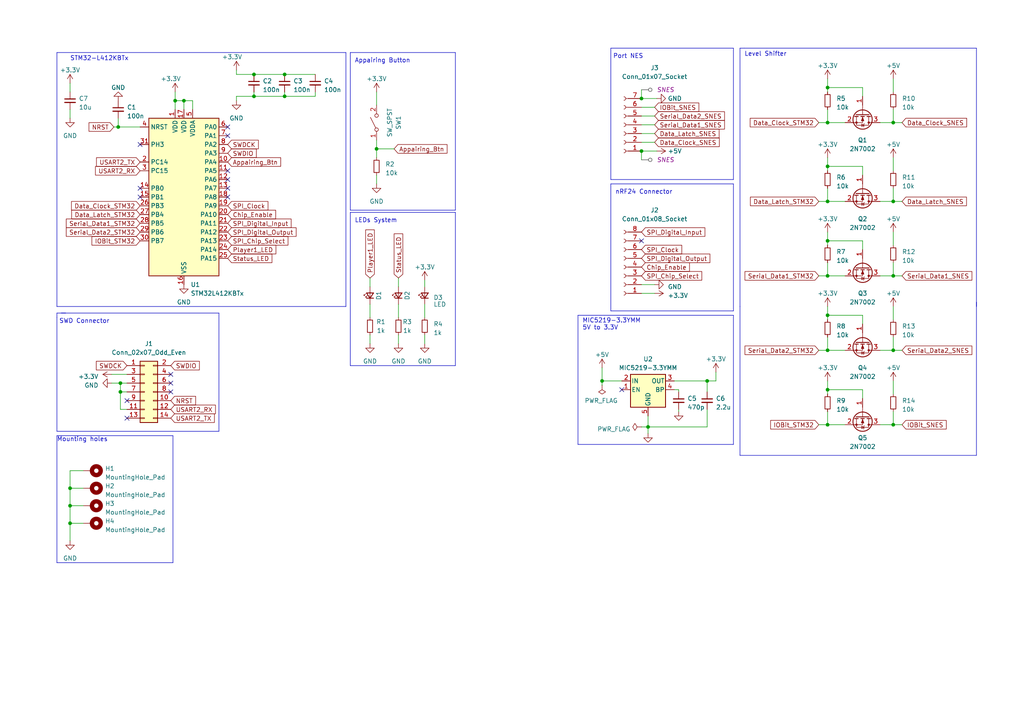
<source format=kicad_sch>
(kicad_sch (version 20230121) (generator eeschema)
  (paper "A4")
  (title_block (title "SNES Wireless Receiver (NRF24L01 Exclude)") (date "2023-04-20") (rev "2.1b") (company "ENSEA"))
  (lib_symbols
    (symbol "Connector:Conn_01x07_Socket" (pin_names (offset 1.016) hide)
      (property "Reference" "J" (at 0 10.16 0))
      (property "Value" "Conn_01x07_Socket" (at 0 -10.16 0))
      (symbol "Conn_01x07_Socket_1_1"
        (arc (start 0 -7.112) (mid -0.5058 -7.62) (end 0 -8.128) (stroke (width 0.1524)))
        (arc (start 0 -4.572) (mid -0.5058 -5.08) (end 0 -5.588) (stroke (width 0.1524)))
        (arc (start 0 -2.032) (mid -0.5058 -2.54) (end 0 -3.048) (stroke (width 0.1524)))
        (polyline (pts (xy -1.27 -7.62) (xy -0.508 -7.62)) (stroke (width 0.1524)))
        (polyline (pts (xy -1.27 -5.08) (xy -0.508 -5.08)) (stroke (width 0.1524)))
        (polyline (pts (xy -1.27 -2.54) (xy -0.508 -2.54)) (stroke (width 0.1524)))
        (polyline (pts (xy -1.27 0) (xy -0.508 0)) (stroke (width 0.1524)))
        (polyline (pts (xy -1.27 2.54) (xy -0.508 2.54)) (stroke (width 0.1524)))
        (polyline (pts (xy -1.27 5.08) (xy -0.508 5.08)) (stroke (width 0.1524)))
        (polyline (pts (xy -1.27 7.62) (xy -0.508 7.62)) (stroke (width 0.1524)))
        (arc (start 0 0.508) (mid -0.5058 0) (end 0 -0.508) (stroke (width 0.1524)))
        (arc (start 0 3.048) (mid -0.5058 2.54) (end 0 2.032) (stroke (width 0.1524)))
        (arc (start 0 5.588) (mid -0.5058 5.08) (end 0 4.572) (stroke (width 0.1524)))
        (arc (start 0 8.128) (mid -0.5058 7.62) (end 0 7.112) (stroke (width 0.1524)))
        (pin passive line (at -5.08 7.62 0) (length 3.81) (name "Pin_1") (number "1"))
        (pin passive line (at -5.08 5.08 0) (length 3.81) (name "Pin_2") (number "2"))
        (pin passive line (at -5.08 2.54 0) (length 3.81) (name "Pin_3") (number "3"))
        (pin passive line (at -5.08 0 0) (length 3.81) (name "Pin_4") (number "4"))
        (pin passive line (at -5.08 -2.54 0) (length 3.81) (name "Pin_5") (number "5"))
        (pin passive line (at -5.08 -5.08 0) (length 3.81) (name "Pin_6") (number "6"))
        (pin passive line (at -5.08 -7.62 0) (length 3.81) (name "Pin_7") (number "7"))
      )
    )
    (symbol "Connector:Conn_01x08_Socket" (pin_names (offset 1.016) hide)
      (property "Reference" "J" (at 0 10.16 0))
      (property "Value" "Conn_01x08_Socket" (at 0 -12.7 0))
      (symbol "Conn_01x08_Socket_1_1"
        (arc (start 0 -9.652) (mid -0.5058 -10.16) (end 0 -10.668) (stroke (width 0.1524)))
        (arc (start 0 -7.112) (mid -0.5058 -7.62) (end 0 -8.128) (stroke (width 0.1524)))
        (arc (start 0 -4.572) (mid -0.5058 -5.08) (end 0 -5.588) (stroke (width 0.1524)))
        (arc (start 0 -2.032) (mid -0.5058 -2.54) (end 0 -3.048) (stroke (width 0.1524)))
        (polyline (pts (xy -1.27 -10.16) (xy -0.508 -10.16)) (stroke (width 0.1524)))
        (polyline (pts (xy -1.27 -7.62) (xy -0.508 -7.62)) (stroke (width 0.1524)))
        (polyline (pts (xy -1.27 -5.08) (xy -0.508 -5.08)) (stroke (width 0.1524)))
        (polyline (pts (xy -1.27 -2.54) (xy -0.508 -2.54)) (stroke (width 0.1524)))
        (polyline (pts (xy -1.27 0) (xy -0.508 0)) (stroke (width 0.1524)))
        (polyline (pts (xy -1.27 2.54) (xy -0.508 2.54)) (stroke (width 0.1524)))
        (polyline (pts (xy -1.27 5.08) (xy -0.508 5.08)) (stroke (width 0.1524)))
        (polyline (pts (xy -1.27 7.62) (xy -0.508 7.62)) (stroke (width 0.1524)))
        (arc (start 0 0.508) (mid -0.5058 0) (end 0 -0.508) (stroke (width 0.1524)))
        (arc (start 0 3.048) (mid -0.5058 2.54) (end 0 2.032) (stroke (width 0.1524)))
        (arc (start 0 5.588) (mid -0.5058 5.08) (end 0 4.572) (stroke (width 0.1524)))
        (arc (start 0 8.128) (mid -0.5058 7.62) (end 0 7.112) (stroke (width 0.1524)))
        (pin passive line (at -5.08 7.62 0) (length 3.81) (name "Pin_1") (number "1"))
        (pin passive line (at -5.08 5.08 0) (length 3.81) (name "Pin_2") (number "2"))
        (pin passive line (at -5.08 2.54 0) (length 3.81) (name "Pin_3") (number "3"))
        (pin passive line (at -5.08 0 0) (length 3.81) (name "Pin_4") (number "4"))
        (pin passive line (at -5.08 -2.54 0) (length 3.81) (name "Pin_5") (number "5"))
        (pin passive line (at -5.08 -5.08 0) (length 3.81) (name "Pin_6") (number "6"))
        (pin passive line (at -5.08 -7.62 0) (length 3.81) (name "Pin_7") (number "7"))
        (pin passive line (at -5.08 -10.16 0) (length 3.81) (name "Pin_8") (number "8"))
      )
    )
    (symbol "Connector_Generic:Conn_02x07_Odd_Even" (pin_names (offset 1.016) hide)
      (property "Reference" "J" (at 1.27 10.16 0))
      (property "Value" "Conn_02x07_Odd_Even" (at 1.27 -10.16 0))
      (symbol "Conn_02x07_Odd_Even_1_1"
        (rectangle (start -1.27 -7.493) (end 0 -7.747) (stroke (width 0.1524)))
        (rectangle (start -1.27 -4.953) (end 0 -5.207) (stroke (width 0.1524)))
        (rectangle (start -1.27 -2.413) (end 0 -2.667) (stroke (width 0.1524)))
        (rectangle (start -1.27 0.127) (end 0 -0.127) (stroke (width 0.1524)))
        (rectangle (start -1.27 2.667) (end 0 2.413) (stroke (width 0.1524)))
        (rectangle (start -1.27 5.207) (end 0 4.953) (stroke (width 0.1524)))
        (rectangle (start -1.27 7.747) (end 0 7.493) (stroke (width 0.1524)))
        (rectangle (start -1.27 8.89) (end 3.81 -8.89) (stroke (width 0.254)) (fill (type background)))
        (rectangle (start 3.81 -7.493) (end 2.54 -7.747) (stroke (width 0.1524)))
        (rectangle (start 3.81 -4.953) (end 2.54 -5.207) (stroke (width 0.1524)))
        (rectangle (start 3.81 -2.413) (end 2.54 -2.667) (stroke (width 0.1524)))
        (rectangle (start 3.81 0.127) (end 2.54 -0.127) (stroke (width 0.1524)))
        (rectangle (start 3.81 2.667) (end 2.54 2.413) (stroke (width 0.1524)))
        (rectangle (start 3.81 5.207) (end 2.54 4.953) (stroke (width 0.1524)))
        (rectangle (start 3.81 7.747) (end 2.54 7.493) (stroke (width 0.1524)))
        (pin passive line (at -5.08 7.62 0) (length 3.81) (name "Pin_1") (number "1"))
        (pin passive line (at 7.62 -2.54 180) (length 3.81) (name "Pin_10") (number "10"))
        (pin passive line (at -5.08 -5.08 0) (length 3.81) (name "Pin_11") (number "11"))
        (pin passive line (at 7.62 -5.08 180) (length 3.81) (name "Pin_12") (number "12"))
        (pin passive line (at -5.08 -7.62 0) (length 3.81) (name "Pin_13") (number "13"))
        (pin passive line (at 7.62 -7.62 180) (length 3.81) (name "Pin_14") (number "14"))
        (pin passive line (at 7.62 7.62 180) (length 3.81) (name "Pin_2") (number "2"))
        (pin passive line (at -5.08 5.08 0) (length 3.81) (name "Pin_3") (number "3"))
        (pin passive line (at 7.62 5.08 180) (length 3.81) (name "Pin_4") (number "4"))
        (pin passive line (at -5.08 2.54 0) (length 3.81) (name "Pin_5") (number "5"))
        (pin passive line (at 7.62 2.54 180) (length 3.81) (name "Pin_6") (number "6"))
        (pin passive line (at -5.08 0 0) (length 3.81) (name "Pin_7") (number "7"))
        (pin passive line (at 7.62 0 180) (length 3.81) (name "Pin_8") (number "8"))
        (pin passive line (at -5.08 -2.54 0) (length 3.81) (name "Pin_9") (number "9"))
      )
    )
    (symbol "Device:C_Small" (pin_numbers hide) (pin_names (offset 0.254) hide)
      (property "Reference" "C" (at 0.254 1.778 0))
      (property "Value" "C_Small" (at 0.254 -2.032 0))
      (symbol "C_Small_0_1"
        (polyline (pts (xy -1.524 -0.508) (xy 1.524 -0.508)) (stroke (width 0.3302)))
        (polyline (pts (xy -1.524 0.508) (xy 1.524 0.508)) (stroke (width 0.3048)))
      )
      (symbol "C_Small_1_1"
        (pin passive line (at 0 2.54 270) (length 2.032) (name "~") (number "1"))
        (pin passive line (at 0 -2.54 90) (length 2.032) (name "~") (number "2"))
      )
    )
    (symbol "Device:LED_Small" (pin_numbers hide) (pin_names (offset 0.254) hide)
      (property "Reference" "D" (at -1.27 3.175 0))
      (property "Value" "LED_Small" (at -4.445 -2.54 0))
      (symbol "LED_Small_0_1"
        (polyline (pts (xy -0.762 -1.016) (xy -0.762 1.016)) (stroke (width 0.254)))
        (polyline (pts (xy 1.016 0) (xy -0.762 0)))
        (polyline (pts (xy 0.762 -1.016) (xy -0.762 0) (xy 0.762 1.016) (xy 0.762 -1.016)) (stroke (width 0.254)))
        (polyline (pts (xy 0 0.762) (xy -0.508 1.27) (xy -0.254 1.27) (xy -0.508 1.27) (xy -0.508 1.016)))
        (polyline (pts (xy 0.508 1.27) (xy 0 1.778) (xy 0.254 1.778) (xy 0 1.778) (xy 0 1.524)))
      )
      (symbol "LED_Small_1_1"
        (pin passive line (at -2.54 0 0) (length 1.778) (name "K") (number "1"))
        (pin passive line (at 2.54 0 180) (length 1.778) (name "A") (number "2"))
      )
    )
    (symbol "Device:R_Small" (pin_numbers hide) (pin_names (offset 0.254) hide)
      (property "Reference" "R" (at 0.762 0.508 0))
      (property "Value" "R_Small" (at 0.762 -1.016 0))
      (symbol "R_Small_0_1"
        (rectangle (start -0.762 1.778) (end 0.762 -1.778) (stroke (width 0.2032)))
      )
      (symbol "R_Small_1_1"
        (pin passive line (at 0 2.54 270) (length 0.762) (name "~") (number "1"))
        (pin passive line (at 0 -2.54 90) (length 0.762) (name "~") (number "2"))
      )
    )
    (symbol "MCU_ST_STM32L4:STM32L412KBTx"
      (property "Reference" "U" (at -10.16 24.13 0))
      (property "Value" "STM32L412KBTx" (at 5.08 24.13 0))
      (symbol "STM32L412KBTx_0_1"
        (rectangle (start -10.16 -22.86) (end 10.16 22.86) (stroke (width 0.254)) (fill (type background)))
      )
      (symbol "STM32L412KBTx_1_1"
        (pin power_in line (at -2.54 25.4 270) (length 2.54) (name "VDD") (number "1"))
        (pin bidirectional line (at 12.7 10.16 180) (length 2.54) (name "PA4") (number "10"))
        (pin bidirectional line (at 12.7 7.62 180) (length 2.54) (name "PA5") (number "11"))
        (pin bidirectional line (at 12.7 5.08 180) (length 2.54) (name "PA6") (number "12"))
        (pin bidirectional line (at 12.7 2.54 180) (length 2.54) (name "PA7") (number "13"))
        (pin bidirectional line (at -12.7 2.54 0) (length 2.54) (name "PB0") (number "14"))
        (pin bidirectional line (at -12.7 0 0) (length 2.54) (name "PB1") (number "15"))
        (pin power_in line (at 0 -25.4 90) (length 2.54) (name "VSS") (number "16"))
        (pin power_in line (at 0 25.4 270) (length 2.54) (name "VDD") (number "17"))
        (pin bidirectional line (at 12.7 0 180) (length 2.54) (name "PA8") (number "18"))
        (pin bidirectional line (at 12.7 -2.54 180) (length 2.54) (name "PA9") (number "19"))
        (pin bidirectional line (at -12.7 10.16 0) (length 2.54) (name "PC14") (number "2"))
        (pin bidirectional line (at 12.7 -5.08 180) (length 2.54) (name "PA10") (number "20"))
        (pin bidirectional line (at 12.7 -7.62 180) (length 2.54) (name "PA11") (number "21"))
        (pin bidirectional line (at 12.7 -10.16 180) (length 2.54) (name "PA12") (number "22"))
        (pin bidirectional line (at 12.7 -12.7 180) (length 2.54) (name "PA13") (number "23"))
        (pin bidirectional line (at 12.7 -15.24 180) (length 2.54) (name "PA14") (number "24"))
        (pin bidirectional line (at 12.7 -17.78 180) (length 2.54) (name "PA15") (number "25"))
        (pin bidirectional line (at -12.7 -2.54 0) (length 2.54) (name "PB3") (number "26"))
        (pin bidirectional line (at -12.7 -5.08 0) (length 2.54) (name "PB4") (number "27"))
        (pin bidirectional line (at -12.7 -7.62 0) (length 2.54) (name "PB5") (number "28"))
        (pin bidirectional line (at -12.7 -10.16 0) (length 2.54) (name "PB6") (number "29"))
        (pin bidirectional line (at -12.7 7.62 0) (length 2.54) (name "PC15") (number "3"))
        (pin bidirectional line (at -12.7 -12.7 0) (length 2.54) (name "PB7") (number "30"))
        (pin bidirectional line (at -12.7 15.24 0) (length 2.54) (name "PH3") (number "31"))
        (pin passive line (at 0 -25.4 90) (length 2.54) hide (name "VSS") (number "32"))
        (pin input line (at -12.7 20.32 0) (length 2.54) (name "NRST") (number "4"))
        (pin power_in line (at 2.54 25.4 270) (length 2.54) (name "VDDA") (number "5"))
        (pin bidirectional line (at 12.7 20.32 180) (length 2.54) (name "PA0") (number "6"))
        (pin bidirectional line (at 12.7 17.78 180) (length 2.54) (name "PA1") (number "7"))
        (pin bidirectional line (at 12.7 15.24 180) (length 2.54) (name "PA2") (number "8"))
        (pin bidirectional line (at 12.7 12.7 180) (length 2.54) (name "PA3") (number "9"))
      )
    )
    (symbol "Mechanical:MountingHole_Pad" (pin_numbers hide) (pin_names (offset 1.016) hide)
      (property "Reference" "H" (at 0 6.35 0))
      (property "Value" "MountingHole_Pad" (at 0 4.445 0))
      (symbol "MountingHole_Pad_0_1"
        (circle (center 0 1.27) (radius 1.27) (stroke (width 1.27)))
      )
      (symbol "MountingHole_Pad_1_1"
        (pin input line (at 0 -2.54 90) (length 2.54) (name "1") (number "1"))
      )
    )
    (symbol "Regulator_Linear:MIC5219-3.3YMM" (pin_names (offset 0.254))
      (property "Reference" "U" (at -3.81 5.715 0))
      (property "Value" "MIC5219-3.3YMM" (at 0 5.715 0))
      (symbol "MIC5219-3.3YMM_0_1"
        (rectangle (start -5.08 4.445) (end 5.08 -5.08) (stroke (width 0.254)) (fill (type background)))
      )
      (symbol "MIC5219-3.3YMM_1_1"
        (pin input line (at -7.62 0 0) (length 2.54) (name "EN") (number "1"))
        (pin power_in line (at -7.62 2.54 0) (length 2.54) (name "IN") (number "2"))
        (pin power_out line (at 7.62 2.54 180) (length 2.54) (name "OUT") (number "3"))
        (pin input line (at 7.62 0 180) (length 2.54) (name "BP") (number "4"))
        (pin power_in line (at 0 -7.62 90) (length 2.54) (name "GND") (number "5"))
        (pin passive line (at 0 -7.62 90) (length 2.54) hide (name "GND") (number "6"))
        (pin passive line (at 0 -7.62 90) (length 2.54) hide (name "GND") (number "7"))
        (pin passive line (at 0 -7.62 90) (length 2.54) hide (name "GND") (number "8"))
      )
    )
    (symbol "Switch:SW_SPST" (pin_names (offset 0) hide)
      (property "Reference" "SW" (at 0 3.175 0))
      (property "Value" "SW_SPST" (at 0 -2.54 0))
      (symbol "SW_SPST_0_0"
        (circle (center -2.032 0) (radius 0.508))
        (polyline (pts (xy -1.524 0.254) (xy 1.524 1.778)))
        (circle (center 2.032 0) (radius 0.508))
      )
      (symbol "SW_SPST_1_1"
        (pin passive line (at -5.08 0 0) (length 2.54) (name "A") (number "1"))
        (pin passive line (at 5.08 0 180) (length 2.54) (name "B") (number "2"))
      )
    )
    (symbol "Transistor_FET:2N7002" (pin_names hide)
      (property "Reference" "Q" (at 5.08 1.905 0))
      (property "Value" "2N7002" (at 5.08 0 0))
      (symbol "2N7002_0_1"
        (polyline (pts (xy 0.254 0) (xy -2.54 0)))
        (polyline (pts (xy 0.254 1.905) (xy 0.254 -1.905)) (stroke (width 0.254)))
        (polyline (pts (xy 0.762 -1.27) (xy 0.762 -2.286)) (stroke (width 0.254)))
        (polyline (pts (xy 0.762 0.508) (xy 0.762 -0.508)) (stroke (width 0.254)))
        (polyline (pts (xy 0.762 2.286) (xy 0.762 1.27)) (stroke (width 0.254)))
        (polyline (pts (xy 2.54 2.54) (xy 2.54 1.778)))
        (polyline (pts (xy 2.54 -2.54) (xy 2.54 0) (xy 0.762 0)))
        (polyline (pts (xy 0.762 -1.778) (xy 3.302 -1.778) (xy 3.302 1.778) (xy 0.762 1.778)))
        (polyline (pts (xy 1.016 0) (xy 2.032 0.381) (xy 2.032 -0.381) (xy 1.016 0)) (fill (type outline)))
        (polyline (pts (xy 2.794 0.508) (xy 2.921 0.381) (xy 3.683 0.381) (xy 3.81 0.254)))
        (polyline (pts (xy 3.302 0.381) (xy 2.921 -0.254) (xy 3.683 -0.254) (xy 3.302 0.381)))
        (circle (center 1.651 0) (radius 2.794) (stroke (width 0.254)))
        (circle (center 2.54 -1.778) (radius 0.254) (fill (type outline)))
        (circle (center 2.54 1.778) (radius 0.254) (fill (type outline)))
      )
      (symbol "2N7002_1_1"
        (pin input line (at -5.08 0 0) (length 2.54) (name "G") (number "1"))
        (pin passive line (at 2.54 -5.08 90) (length 2.54) (name "S") (number "2"))
        (pin passive line (at 2.54 5.08 270) (length 2.54) (name "D") (number "3"))
      )
    )
    (symbol "power:+3.3V" (power) (pin_names (offset 0))
      (property "Value" "+3.3V" (at 0 3.556 0))
      (symbol "+3.3V_0_1"
        (polyline (pts (xy -0.762 1.27) (xy 0 2.54)))
        (polyline (pts (xy 0 0) (xy 0 2.54)))
        (polyline (pts (xy 0 2.54) (xy 0.762 1.27)))
      )
      (symbol "+3.3V_1_1"
        (pin power_in line (at 0 0 90) (length 0) hide (name "+3.3V") (number "1"))
      )
    )
    (symbol "power:+5V" (power) (pin_names (offset 0))
      (property "Value" "+5V" (at 0 3.556 0))
      (symbol "+5V_0_1"
        (polyline (pts (xy -0.762 1.27) (xy 0 2.54)))
        (polyline (pts (xy 0 0) (xy 0 2.54)))
        (polyline (pts (xy 0 2.54) (xy 0.762 1.27)))
      )
      (symbol "+5V_1_1"
        (pin power_in line (at 0 0 90) (length 0) hide (name "+5V") (number "1"))
      )
    )
    (symbol "power:GND" (power) (pin_names (offset 0))
      (property "Value" "GND" (at 0 -3.81 0))
      (symbol "GND_0_1"
        (polyline (pts (xy 0 0) (xy 0 -1.27) (xy 1.27 -1.27) (xy 0 -2.54) (xy -1.27 -1.27) (xy 0 -1.27)))
      )
      (symbol "GND_1_1"
        (pin power_in line (at 0 0 270) (length 0) hide (name "GND") (number "1"))
      )
    )
    (symbol "power:PWR_FLAG" (power) (pin_numbers hide) (pin_names (offset 0) hide)
      (property "Value" "PWR_FLAG" (at 0 3.81 0))
      (symbol "PWR_FLAG_0_0"
        (pin power_out line (at 0 0 90) (length 0) (name "pwr") (number "1"))
      )
      (symbol "PWR_FLAG_0_1"
        (polyline (pts (xy 0 0) (xy 0 1.27) (xy -1.016 1.905) (xy 0 2.54) (xy 1.016 1.905) (xy 0 1.27)))
      )
    )
  )
  (junction (at 34.925 111.125))
  (junction (at 109.22 43.18))
  (junction (at 186.055 28.575))
  (junction (at 259.08 80.01))
  (junction (at 82.55 27.94))
  (junction (at 240.03 101.6))
  (junction (at 174.625 110.49))
  (junction (at 82.55 21.59))
  (junction (at 240.03 113.03))
  (junction (at 34.29 36.83))
  (junction (at 240.03 69.85))
  (junction (at 73.66 27.94))
  (junction (at 73.66 21.59))
  (junction (at 187.96 123.825))
  (junction (at 259.08 101.6))
  (junction (at 20.32 141.605))
  (junction (at 20.32 151.765))
  (junction (at 259.08 123.19))
  (junction (at 240.03 91.44))
  (junction (at 20.32 146.685))
  (junction (at 240.03 35.56))
  (junction (at 259.08 58.42))
  (junction (at 240.03 80.01))
  (junction (at 259.08 35.56))
  (junction (at 53.34 29.21))
  (junction (at 240.03 123.19))
  (junction (at 240.03 48.26))
  (junction (at 205.105 110.49))
  (junction (at 240.03 58.42))
  (junction (at 34.925 113.665))
  (junction (at 240.03 25.4))
  (junction (at 186.055 43.815))
  (junction (at 50.8 29.21))
  (no_connect (at 180.34 113.03))
  (no_connect (at 36.83 121.285))
  (no_connect (at 66.04 52.07))
  (no_connect (at 66.04 39.37))
  (no_connect (at 66.04 57.15))
  (no_connect (at 49.53 108.585))
  (no_connect (at 49.53 111.125))
  (no_connect (at 40.64 54.61))
  (no_connect (at 36.83 116.205))
  (no_connect (at 40.64 57.15))
  (no_connect (at 186.055 69.85))
  (no_connect (at 40.64 41.91))
  (no_connect (at 66.04 54.61))
  (no_connect (at 66.04 49.53))
  (no_connect (at 66.04 36.83))
  (no_connect (at 49.53 113.665))
  (wire (pts (xy 205.105 118.745) (xy 205.105 123.825)))
  (wire (pts (xy 115.57 80.645) (xy 115.57 83.185)))
  (polyline (pts (xy 283.21 132.08) (xy 283.21 87.63)))
  (wire (pts (xy 259.08 101.6) (xy 259.08 97.79)))
  (wire (pts (xy 187.96 120.65) (xy 187.96 123.825)))
  (wire (pts (xy 255.27 58.42) (xy 259.08 58.42)))
  (polyline (pts (xy 16.51 126.365) (xy 16.51 163.195)))
  (wire (pts (xy 189.865 31.115) (xy 186.055 31.115)))
  (wire (pts (xy 20.32 136.525) (xy 20.32 141.605)))
  (polyline (pts (xy 177.165 52.07) (xy 212.725 52.07)))
  (wire (pts (xy 250.19 93.98) (xy 250.19 91.44)))
  (wire (pts (xy 250.19 50.8) (xy 250.19 48.26)))
  (wire (pts (xy 196.85 113.03) (xy 196.85 113.665)))
  (polyline (pts (xy 177.165 13.97) (xy 177.165 52.07)))
  (wire (pts (xy 123.19 88.265) (xy 123.19 92.075)))
  (wire (pts (xy 34.925 111.125) (xy 32.385 111.125)))
  (wire (pts (xy 259.08 22.86) (xy 259.08 26.67)))
  (wire (pts (xy 237.49 101.6) (xy 240.03 101.6)))
  (wire (pts (xy 259.08 45.72) (xy 259.08 49.53)))
  (wire (pts (xy 255.27 101.6) (xy 259.08 101.6)))
  (wire (pts (xy 174.625 106.68) (xy 174.625 110.49)))
  (polyline (pts (xy 100.33 88.9) (xy 100.33 15.24)))
  (wire (pts (xy 20.32 146.685) (xy 24.13 146.685)))
  (wire (pts (xy 186.055 46.355) (xy 186.055 43.815)))
  (wire (pts (xy 259.08 80.01) (xy 259.08 76.2)))
  (polyline (pts (xy 214.63 132.08) (xy 283.21 132.08)))
  (wire (pts (xy 259.08 101.6) (xy 261.62 101.6)))
  (wire (pts (xy 123.19 97.155) (xy 123.19 99.695)))
  (wire (pts (xy 240.03 113.03) (xy 240.03 114.3)))
  (wire (pts (xy 107.315 97.155) (xy 107.315 99.695)))
  (wire (pts (xy 109.22 40.64) (xy 109.22 43.18)))
  (wire (pts (xy 82.55 21.59) (xy 91.44 21.59)))
  (wire (pts (xy 55.88 29.21) (xy 53.34 29.21)))
  (wire (pts (xy 250.19 72.39) (xy 250.19 69.85)))
  (wire (pts (xy 180.34 110.49) (xy 174.625 110.49)))
  (polyline (pts (xy 63.5 125.095) (xy 63.5 90.805)))
  (polyline (pts (xy 215.9 13.97) (xy 283.21 13.97)))
  (wire (pts (xy 53.34 29.21) (xy 50.8 29.21)))
  (wire (pts (xy 20.32 141.605) (xy 20.32 146.685)))
  (wire (pts (xy 174.625 110.49) (xy 174.625 111.76)))
  (polyline (pts (xy 177.165 53.34) (xy 212.725 53.34)))
  (wire (pts (xy 240.03 97.79) (xy 240.03 101.6)))
  (polyline (pts (xy 167.64 128.905) (xy 212.725 128.905)))
  (wire (pts (xy 205.105 113.665) (xy 205.105 110.49)))
  (polyline (pts (xy 50.165 163.195) (xy 50.165 126.365)))
  (wire (pts (xy 109.22 50.8) (xy 109.22 53.34)))
  (wire (pts (xy 34.925 111.125) (xy 34.925 113.665)))
  (wire (pts (xy 24.13 136.525) (xy 20.32 136.525)))
  (wire (pts (xy 237.49 123.19) (xy 240.03 123.19)))
  (wire (pts (xy 20.32 151.765) (xy 20.32 156.845)))
  (wire (pts (xy 73.66 21.59) (xy 82.55 21.59)))
  (wire (pts (xy 255.27 35.56) (xy 259.08 35.56)))
  (wire (pts (xy 107.315 88.265) (xy 107.315 92.075)))
  (wire (pts (xy 240.03 110.49) (xy 240.03 113.03)))
  (wire (pts (xy 115.57 88.265) (xy 115.57 92.075)))
  (polyline (pts (xy 212.725 90.17) (xy 212.725 53.34)))
  (wire (pts (xy 73.66 27.94) (xy 68.58 27.94)))
  (wire (pts (xy 259.08 123.19) (xy 261.62 123.19)))
  (wire (pts (xy 186.055 82.55) (xy 189.865 82.55)))
  (wire (pts (xy 240.03 69.85) (xy 250.19 69.85)))
  (wire (pts (xy 240.03 69.85) (xy 240.03 71.12)))
  (polyline (pts (xy 101.6 60.96) (xy 132.08 60.96)))
  (wire (pts (xy 240.03 31.75) (xy 240.03 35.56)))
  (polyline (pts (xy 16.51 125.095) (xy 63.5 125.095)))
  (wire (pts (xy 186.055 36.195) (xy 189.865 36.195)))
  (wire (pts (xy 240.03 25.4) (xy 250.19 25.4)))
  (wire (pts (xy 34.925 113.665) (xy 36.83 113.665)))
  (wire (pts (xy 240.03 48.26) (xy 240.03 49.53)))
  (wire (pts (xy 259.08 123.19) (xy 259.08 119.38)))
  (wire (pts (xy 250.19 115.57) (xy 250.19 113.03)))
  (wire (pts (xy 186.055 28.575) (xy 190.5 28.575)))
  (wire (pts (xy 207.645 110.49) (xy 205.105 110.49)))
  (polyline (pts (xy 16.51 15.24) (xy 100.33 15.24)))
  (wire (pts (xy 240.03 54.61) (xy 240.03 58.42)))
  (polyline (pts (xy 214.63 13.97) (xy 214.63 88.9)))
  (wire (pts (xy 237.49 35.56) (xy 240.03 35.56)))
  (wire (pts (xy 20.32 146.685) (xy 20.32 151.765)))
  (wire (pts (xy 34.925 113.665) (xy 34.925 118.745)))
  (wire (pts (xy 20.32 141.605) (xy 24.13 141.605)))
  (wire (pts (xy 195.58 110.49) (xy 205.105 110.49)))
  (wire (pts (xy 55.88 31.75) (xy 55.88 29.21)))
  (wire (pts (xy 207.645 107.95) (xy 207.645 110.49)))
  (wire (pts (xy 186.055 41.275) (xy 189.865 41.275)))
  (wire (pts (xy 186.055 123.825) (xy 187.96 123.825)))
  (wire (pts (xy 68.58 27.94) (xy 68.58 29.21)))
  (polyline (pts (xy 167.64 91.44) (xy 167.64 128.905)))
  (wire (pts (xy 187.96 123.825) (xy 205.105 123.825)))
  (wire (pts (xy 240.03 80.01) (xy 245.11 80.01)))
  (wire (pts (xy 240.03 67.31) (xy 240.03 69.85)))
  (polyline (pts (xy 63.5 90.805) (xy 17.78 90.805)))
  (polyline (pts (xy 283.21 88.9) (xy 283.21 13.97)))
  (wire (pts (xy 109.22 26.67) (xy 109.22 30.48)))
  (wire (pts (xy 20.32 31.75) (xy 20.32 34.29)))
  (polyline (pts (xy 101.6 15.24) (xy 101.6 60.96)))
  (polyline (pts (xy 101.6 61.595) (xy 101.6 106.045)))
  (wire (pts (xy 33.02 36.83) (xy 34.29 36.83)))
  (wire (pts (xy 259.08 80.01) (xy 261.62 80.01)))
  (wire (pts (xy 123.19 81.28) (xy 123.19 83.185)))
  (polyline (pts (xy 16.51 92.075) (xy 16.51 125.095)))
  (polyline (pts (xy 212.725 52.07) (xy 212.725 13.97)))
  (polyline (pts (xy 101.6 106.045) (xy 132.08 106.045)))
  (wire (pts (xy 240.03 119.38) (xy 240.03 123.19)))
  (wire (pts (xy 186.055 38.735) (xy 189.865 38.735)))
  (wire (pts (xy 240.03 123.19) (xy 245.11 123.19)))
  (wire (pts (xy 34.925 111.125) (xy 36.83 111.125)))
  (polyline (pts (xy 132.08 106.045) (xy 132.08 61.595)))
  (wire (pts (xy 240.03 91.44) (xy 250.19 91.44)))
  (polyline (pts (xy 16.51 90.805) (xy 16.51 92.075)))
  (wire (pts (xy 50.8 29.21) (xy 50.8 26.67)))
  (polyline (pts (xy 132.08 60.96) (xy 132.08 15.24)))
  (wire (pts (xy 34.925 118.745) (xy 36.83 118.745)))
  (polyline (pts (xy 16.51 126.365) (xy 50.165 126.365)))
  (wire (pts (xy 195.58 113.03) (xy 196.85 113.03)))
  (wire (pts (xy 186.055 85.09) (xy 189.865 85.09)))
  (wire (pts (xy 186.055 26.035) (xy 186.055 28.575)))
  (polyline (pts (xy 177.165 53.34) (xy 177.165 90.17)))
  (wire (pts (xy 50.8 29.21) (xy 50.8 31.75)))
  (wire (pts (xy 240.03 58.42) (xy 245.11 58.42)))
  (wire (pts (xy 255.27 80.01) (xy 259.08 80.01)))
  (polyline (pts (xy 167.64 91.44) (xy 212.725 91.44)))
  (wire (pts (xy 107.315 80.645) (xy 107.315 83.185)))
  (wire (pts (xy 240.03 25.4) (xy 240.03 26.67)))
  (wire (pts (xy 20.32 151.765) (xy 24.13 151.765)))
  (wire (pts (xy 237.49 80.01) (xy 240.03 80.01)))
  (polyline (pts (xy 177.165 90.17) (xy 212.725 90.17)))
  (polyline (pts (xy 16.51 15.24) (xy 16.51 88.9)))
  (wire (pts (xy 73.66 27.94) (xy 82.55 27.94)))
  (wire (pts (xy 82.55 27.94) (xy 82.55 26.67)))
  (wire (pts (xy 255.27 123.19) (xy 259.08 123.19)))
  (polyline (pts (xy 214.63 13.97) (xy 215.9 13.97)))
  (wire (pts (xy 73.66 21.59) (xy 68.58 21.59)))
  (wire (pts (xy 250.19 27.94) (xy 250.19 25.4)))
  (polyline (pts (xy 16.51 163.195) (xy 50.165 163.195)))
  (wire (pts (xy 20.32 24.13) (xy 20.32 26.67)))
  (wire (pts (xy 240.03 91.44) (xy 240.03 92.71)))
  (wire (pts (xy 34.29 34.29) (xy 34.29 36.83)))
  (polyline (pts (xy 16.51 88.9) (xy 100.33 88.9)))
  (wire (pts (xy 53.34 31.75) (xy 53.34 29.21)))
  (wire (pts (xy 259.08 58.42) (xy 261.62 58.42)))
  (wire (pts (xy 240.03 101.6) (xy 245.11 101.6)))
  (wire (pts (xy 91.44 27.94) (xy 91.44 26.67)))
  (wire (pts (xy 240.03 48.26) (xy 250.19 48.26)))
  (wire (pts (xy 73.66 27.94) (xy 73.66 26.67)))
  (wire (pts (xy 259.08 35.56) (xy 261.62 35.56)))
  (wire (pts (xy 36.83 108.585) (xy 32.385 108.585)))
  (wire (pts (xy 82.55 27.94) (xy 91.44 27.94)))
  (polyline (pts (xy 212.725 128.905) (xy 212.725 91.44)))
  (wire (pts (xy 240.03 88.9) (xy 240.03 91.44)))
  (wire (pts (xy 259.08 88.9) (xy 259.08 92.71)))
  (wire (pts (xy 237.49 58.42) (xy 240.03 58.42)))
  (wire (pts (xy 115.57 97.155) (xy 115.57 99.695)))
  (wire (pts (xy 259.08 35.56) (xy 259.08 31.75)))
  (wire (pts (xy 240.03 76.2) (xy 240.03 80.01)))
  (polyline (pts (xy 214.63 88.9) (xy 214.63 132.08)))
  (wire (pts (xy 189.865 33.655) (xy 186.055 33.655)))
  (wire (pts (xy 196.85 118.745) (xy 196.85 119.38)))
  (wire (pts (xy 240.03 22.86) (xy 240.03 25.4)))
  (polyline (pts (xy 16.51 90.805) (xy 19.05 90.805)))
  (wire (pts (xy 109.22 43.18) (xy 114.3 43.18)))
  (wire (pts (xy 240.03 35.56) (xy 245.11 35.56)))
  (wire (pts (xy 109.22 43.18) (xy 109.22 45.72)))
  (polyline (pts (xy 177.165 13.97) (xy 212.725 13.97)))
  (wire (pts (xy 259.08 58.42) (xy 259.08 54.61)))
  (wire (pts (xy 68.58 21.59) (xy 68.58 20.32)))
  (wire (pts (xy 186.055 43.815) (xy 190.5 43.815)))
  (polyline (pts (xy 101.6 61.595) (xy 132.08 61.595)))
  (wire (pts (xy 240.03 45.72) (xy 240.03 48.26)))
  (wire (pts (xy 34.29 36.83) (xy 40.64 36.83)))
  (wire (pts (xy 240.03 113.03) (xy 250.19 113.03)))
  (polyline (pts (xy 101.6 15.24) (xy 132.08 15.24)))
  (wire (pts (xy 187.96 123.825) (xy 187.96 125.73)))
  (wire (pts (xy 259.08 110.49) (xy 259.08 114.3)))
  (wire (pts (xy 259.08 67.31) (xy 259.08 71.12)))
  (text "MIC5219-3.3YMM\n5V to 3.3V" (at 168.91 95.885 0) (effects (font (size 1.27 1.27)) (justify left bottom)))
  (text "Appairing Button\n" (at 102.87 18.415 0) (effects (font (size 1.27 1.27)) (justify left bottom)))
  (text "Mounting holes\n" (at 16.51 128.27 0) (effects (font (size 1.27 1.27)) (justify left bottom)))
  (text "Level Shifter\n" (at 215.9 16.51 0) (effects (font (size 1.27 1.27)) (justify left bottom)))
  (text "nRF24 Connector" (at 178.435 56.515 0) (effects (font (size 1.27 1.27)) (justify left bottom)))
  (text "Port NES\n" (at 177.8 17.145 0) (effects (font (size 1.27 1.27)) (justify left bottom)))
  (text "LEDs System" (at 102.87 64.77 0) (effects (font (size 1.27 1.27)) (justify left bottom)))
  (text "SWD Connector" (at 17.145 93.98 0) (effects (font (size 1.27 1.27)) (justify left bottom)))
  (text "STM32-L412KBTx\n" (at 20.32 17.78 0) (effects (font (size 1.27 1.27)) (justify left bottom)))
  (global_label "USART2_RX" (shape input) (at 40.64 49.53 180) (property "Intersheetrefs" "${INTERSHEET_REFS}" (effects hide)))
  (global_label "Serial_Data1_STM32" (shape input) (at 40.64 64.77 180) (property "Intersheetrefs" "${INTERSHEET_REFS}" (effects hide)))
  (global_label "Chip_Enable" (shape input) (at 186.055 77.47 0) (property "Intersheetrefs" "${INTERSHEET_REFS}" (effects hide)))
  (global_label "Chip_Enable" (shape input) (at 66.04 62.23 0) (property "Intersheetrefs" "${INTERSHEET_REFS}" (effects hide)))
  (global_label "Data_Clock_STM32" (shape input) (at 237.49 35.56 180) (property "Intersheetrefs" "${INTERSHEET_REFS}" (effects hide)))
  (global_label "Serial_Data1_SNES" (shape input) (at 261.62 80.01 0) (property "Intersheetrefs" "${INTERSHEET_REFS}" (effects hide)))
  (global_label "SPI_Clock" (shape input) (at 66.04 59.69 0) (property "Intersheetrefs" "${INTERSHEET_REFS}" (effects hide)))
  (global_label "Data_Clock_SNES" (shape input) (at 189.865 41.275 0) (property "Intersheetrefs" "${INTERSHEET_REFS}" (effects hide)))
  (global_label "Data_Clock_STM32" (shape input) (at 40.64 59.69 180) (property "Intersheetrefs" "${INTERSHEET_REFS}" (effects hide)))
  (global_label "USART2_TX" (shape input) (at 40.64 46.99 180) (property "Intersheetrefs" "${INTERSHEET_REFS}" (effects hide)))
  (global_label "SWDCK" (shape input) (at 66.04 41.91 0) (property "Intersheetrefs" "${INTERSHEET_REFS}" (effects hide)))
  (global_label "Status_LED" (shape input) (at 66.04 74.93 0) (property "Intersheetrefs" "${INTERSHEET_REFS}" (effects hide)))
  (global_label "Data_Latch_STM32" (shape input) (at 237.49 58.42 180) (property "Intersheetrefs" "${INTERSHEET_REFS}" (effects hide)))
  (global_label "SPI_Digital_Output" (shape input) (at 66.04 67.31 0) (property "Intersheetrefs" "${INTERSHEET_REFS}" (effects hide)))
  (global_label "Serial_Data1_STM32" (shape input) (at 237.49 80.01 180) (property "Intersheetrefs" "${INTERSHEET_REFS}" (effects hide)))
  (global_label "Player1_LED" (shape input) (at 66.04 72.39 0) (property "Intersheetrefs" "${INTERSHEET_REFS}" (effects hide)))
  (global_label "Data_Clock_SNES" (shape input) (at 261.62 35.56 0) (property "Intersheetrefs" "${INTERSHEET_REFS}" (effects hide)))
  (global_label "USART2_RX" (shape input) (at 49.53 118.745 0) (property "Intersheetrefs" "${INTERSHEET_REFS}" (effects hide)))
  (global_label "IOBit_STM32" (shape input) (at 237.49 123.19 180) (property "Intersheetrefs" "${INTERSHEET_REFS}" (effects hide)))
  (global_label "Data_Latch_SNES" (shape input) (at 261.62 58.42 0) (property "Intersheetrefs" "${INTERSHEET_REFS}" (effects hide)))
  (global_label "Status_LED" (shape input) (at 115.57 80.645 90) (property "Intersheetrefs" "${INTERSHEET_REFS}" (effects hide)))
  (global_label "Serial_Data1_SNES" (shape input) (at 189.865 36.195 0) (property "Intersheetrefs" "${INTERSHEET_REFS}" (effects hide)))
  (global_label "Serial_Data2_SNES" (shape input) (at 189.865 33.655 0) (property "Intersheetrefs" "${INTERSHEET_REFS}" (effects hide)))
  (global_label "SWDIO" (shape input) (at 66.04 44.45 0) (property "Intersheetrefs" "${INTERSHEET_REFS}" (effects hide)))
  (global_label "IOBit_STM32" (shape input) (at 40.64 69.85 180) (property "Intersheetrefs" "${INTERSHEET_REFS}" (effects hide)))
  (global_label "Data_Latch_STM32" (shape input) (at 40.64 62.23 180) (property "Intersheetrefs" "${INTERSHEET_REFS}" (effects hide)))
  (global_label "USART2_TX" (shape input) (at 49.53 121.285 0) (property "Intersheetrefs" "${INTERSHEET_REFS}" (effects hide)))
  (global_label "Serial_Data2_SNES" (shape input) (at 261.62 101.6 0) (property "Intersheetrefs" "${INTERSHEET_REFS}" (effects hide)))
  (global_label "IOBit_SNES" (shape input) (at 189.865 31.115 0) (property "Intersheetrefs" "${INTERSHEET_REFS}" (effects hide)))
  (global_label "SPI_Clock" (shape input) (at 186.055 72.39 0) (property "Intersheetrefs" "${INTERSHEET_REFS}" (effects hide)))
  (global_label "SWDCK" (shape input) (at 36.83 106.045 180) (property "Intersheetrefs" "${INTERSHEET_REFS}" (effects hide)))
  (global_label "Player1_LED" (shape input) (at 107.315 80.645 90) (property "Intersheetrefs" "${INTERSHEET_REFS}" (effects hide)))
  (global_label "Serial_Data2_STM32" (shape input) (at 237.49 101.6 180) (property "Intersheetrefs" "${INTERSHEET_REFS}" (effects hide)))
  (global_label "NRST" (shape input) (at 49.53 116.205 0) (property "Intersheetrefs" "${INTERSHEET_REFS}" (effects hide)))
  (global_label "Appairing_Btn" (shape input) (at 114.3 43.18 0) (property "Intersheetrefs" "${INTERSHEET_REFS}" (effects hide)))
  (global_label "Data_Latch_SNES" (shape input) (at 189.865 38.735 0) (property "Intersheetrefs" "${INTERSHEET_REFS}" (effects hide)))
  (global_label "IOBit_SNES" (shape input) (at 261.62 123.19 0) (property "Intersheetrefs" "${INTERSHEET_REFS}" (effects hide)))
  (global_label "SPI_Digital_Input" (shape input) (at 66.04 64.77 0) (property "Intersheetrefs" "${INTERSHEET_REFS}" (effects hide)))
  (global_label "SPI_Digital_Input" (shape input) (at 186.055 67.31 0) (property "Intersheetrefs" "${INTERSHEET_REFS}" (effects hide)))
  (global_label "SPI_Chip_Select" (shape input) (at 186.055 80.01 0) (property "Intersheetrefs" "${INTERSHEET_REFS}" (effects hide)))
  (global_label "Appairing_Btn" (shape input) (at 66.04 46.99 0) (property "Intersheetrefs" "${INTERSHEET_REFS}" (effects hide)))
  (global_label "Serial_Data2_STM32" (shape input) (at 40.64 67.31 180) (property "Intersheetrefs" "${INTERSHEET_REFS}" (effects hide)))
  (global_label "NRST" (shape input) (at 33.02 36.83 180) (property "Intersheetrefs" "${INTERSHEET_REFS}" (effects hide)))
  (global_label "SPI_Chip_Select" (shape input) (at 66.04 69.85 0) (property "Intersheetrefs" "${INTERSHEET_REFS}" (effects hide)))
  (global_label "SWDIO" (shape input) (at 49.53 106.045 0) (property "Intersheetrefs" "${INTERSHEET_REFS}" (effects hide)))
  (global_label "SPI_Digital_Output" (shape input) (at 186.055 74.93 0) (property "Intersheetrefs" "${INTERSHEET_REFS}" (effects hide)))
  (netclass_flag "" (length 2.54) (shape round) (at 186.055 46.355 270) (property "Netclass" "SNES" (at 195.58 46.355 0) (effects (font italic) (justify right))))
  (netclass_flag "" (length 2.54) (shape round) (at 186.055 26.035 270) (property "Netclass" "SNES" (at 195.58 26.035 0) (effects (font italic) (justify right))))
  (symbol (lib_id "Device:C_Small") (at 20.32 29.21 0) (unit 1)
    (property "Reference" "C7" (at 22.86 28.5813 0) (effects (justify left)))
    (property "Value" "10u" (at 22.86 31.1213 0) (effects (justify left)))
    (property "Footprint" "Capacitor_SMD:C_0603_1608Metric_Pad1.08x0.95mm_HandSolder" (effects hide))
  )
  (symbol (lib_id "Device:R_Small") (at 259.08 116.84 0) (unit 1)
    (property "Reference" "R14" (at 261.62 116.205 0) (effects (justify left)))
    (property "Value" "10k" (at 261.62 118.745 0) (effects (justify left)))
    (property "Footprint" "Resistor_SMD:R_0603_1608Metric_Pad0.98x0.95mm_HandSolder" (effects hide))
  )
  (symbol (lib_id "power:GND") (at 20.32 34.29 0) (unit 1)
    (property "Reference" "#PWR033" (effects hide))
    (property "Value" "GND" (at 20.32 39.37 0))
  )
  (symbol (lib_id "Mechanical:MountingHole_Pad") (at 26.67 141.605 270) (unit 1)
    (property "Reference" "H2" (at 30.48 140.97 90) (effects (justify left)))
    (property "Value" "MountingHole_Pad" (at 30.48 143.51 90) (effects (justify left)))
    (property "Footprint" "MountingHole:MountingHole_3.2mm_M3_DIN965_Pad" (effects hide))
  )
  (symbol (lib_id "MCU_ST_STM32L4:STM32L412KBTx") (at 53.34 57.15 0) (unit 1)
    (property "Reference" "U1" (at 55.2959 82.55 0) (effects (justify left)))
    (property "Value" "STM32L412KBTx" (at 55.2959 85.09 0) (effects (justify left)))
    (property "Footprint" "Package_QFP:LQFP-32_7x7mm_P0.8mm" (effects hide))
    (property "Datasheet" "https://www.st.com/resource/en/datasheet/stm32l412kb.pdf" (effects hide))
  )
  (symbol (lib_id "power:GND") (at 187.96 125.73 0) (unit 1)
    (property "Reference" "#PWR018" (effects hide))
    (property "Value" "GND" (effects hide))
  )
  (symbol (lib_id "power:GND") (at 123.19 99.695 0) (unit 1)
    (property "Reference" "#PWR014" (effects hide))
    (property "Value" "GND" (at 123.19 104.775 0))
  )
  (symbol (lib_id "power:+3.3V") (at 207.645 107.95 0) (unit 1)
    (property "Reference" "#PWR022" (effects hide))
    (property "Value" "+3.3V" (at 207.645 104.14 0))
  )
  (symbol (lib_id "power:+3.3V") (at 240.03 45.72 0) (unit 1)
    (property "Reference" "#PWR024" (effects hide))
    (property "Value" "+3.3V" (at 240.03 41.91 0))
  )
  (symbol (lib_id "power:+3.3V") (at 240.03 67.31 0) (unit 1)
    (property "Reference" "#PWR025" (effects hide))
    (property "Value" "+3.3V" (at 240.03 63.5 0))
  )
  (symbol (lib_id "Device:R_Small") (at 240.03 95.25 0) (unit 1)
    (property "Reference" "R8" (at 242.57 94.615 0) (effects (justify left)))
    (property "Value" "10k" (at 242.57 97.155 0) (effects (justify left)))
    (property "Footprint" "Resistor_SMD:R_0603_1608Metric_Pad0.98x0.95mm_HandSolder" (effects hide))
  )
  (symbol (lib_id "Device:C_Small") (at 196.85 116.205 0) (unit 1)
    (property "Reference" "C5" (at 199.39 115.5763 0) (effects (justify left)))
    (property "Value" "470p" (at 199.39 118.1163 0) (effects (justify left)))
    (property "Footprint" "Capacitor_SMD:C_0603_1608Metric_Pad1.08x0.95mm_HandSolder" (effects hide))
  )
  (symbol (lib_id "Device:R_Small") (at 259.08 52.07 0) (unit 1)
    (property "Reference" "R11" (at 261.62 51.435 0) (effects (justify left)))
    (property "Value" "10k" (at 261.62 53.975 0) (effects (justify left)))
    (property "Footprint" "Resistor_SMD:R_0603_1608Metric_Pad0.98x0.95mm_HandSolder" (effects hide))
  )
  (symbol (lib_id "Device:R_Small") (at 107.315 94.615 0) (unit 1)
    (property "Reference" "R1" (at 110.49 93.345 0))
    (property "Value" "1k" (at 110.49 95.885 0))
    (property "Footprint" "Resistor_SMD:R_0603_1608Metric_Pad0.98x0.95mm_HandSolder" (effects hide))
  )
  (symbol (lib_id "Device:R_Small") (at 240.03 73.66 0) (unit 1)
    (property "Reference" "R7" (at 242.57 73.025 0) (effects (justify left)))
    (property "Value" "10k" (at 242.57 75.565 0) (effects (justify left)))
    (property "Footprint" "Resistor_SMD:R_0603_1608Metric_Pad0.98x0.95mm_HandSolder" (effects hide))
  )
  (symbol (lib_id "power:+3.3V") (at 68.58 20.32 0) (unit 1)
    (property "Reference" "#PWR07" (effects hide))
    (property "Value" "+3.3V" (at 67.31 16.51 0))
  )
  (symbol (lib_id "Device:C_Small") (at 91.44 24.13 0) (unit 1)
    (property "Reference" "C4" (at 93.98 23.5013 0) (effects (justify left)))
    (property "Value" "100n" (at 93.98 26.0413 0) (effects (justify left)))
    (property "Footprint" "Capacitor_SMD:C_0603_1608Metric_Pad1.08x0.95mm_HandSolder" (effects hide))
  )
  (symbol (lib_id "power:GND") (at 107.315 99.695 0) (unit 1)
    (property "Reference" "#PWR09" (effects hide))
    (property "Value" "GND" (at 107.315 104.775 0))
  )
  (symbol (lib_id "power:GND") (at 53.34 82.55 0) (unit 1)
    (property "Reference" "#PWR06" (effects hide))
    (property "Value" "GND" (at 53.34 87.63 0))
  )
  (symbol (lib_id "power:PWR_FLAG") (at 186.055 123.825 90) (unit 1)
    (property "Reference" "#FLG02" (effects hide))
    (property "Value" "PWR_FLAG" (at 182.88 124.46 90) (effects (justify left)))
  )
  (symbol (lib_id "Device:R_Small") (at 259.08 95.25 0) (unit 1)
    (property "Reference" "R13" (at 261.62 94.615 0) (effects (justify left)))
    (property "Value" "10k" (at 261.62 97.155 0) (effects (justify left)))
    (property "Footprint" "Resistor_SMD:R_0603_1608Metric_Pad0.98x0.95mm_HandSolder" (effects hide))
  )
  (symbol (lib_id "power:+5V") (at 259.08 88.9 0) (unit 1)
    (property "Reference" "#PWR031" (effects hide))
    (property "Value" "+5V" (at 259.08 85.09 0))
  )
  (symbol (lib_id "power:+3.3V") (at 123.19 81.28 0) (unit 1)
    (property "Reference" "#PWR013" (effects hide))
    (property "Value" "+3.3V" (at 123.19 77.47 0))
  )
  (symbol (lib_id "Switch:SW_SPST") (at 109.22 35.56 90) (unit 1)
    (property "Reference" "SW1" (at 115.57 35.56 0))
    (property "Value" "SW_SPST" (at 113.03 35.56 0))
    (property "Footprint" "Button_Switch_SMD:SW_SPST_B3S-1000" (effects hide))
  )
  (symbol (lib_id "Transistor_FET:2N7002") (at 250.19 33.02 270) (unit 1)
    (property "Reference" "Q1" (at 250.19 40.64 90))
    (property "Value" "2N7002" (at 250.19 43.18 90))
    (property "Footprint" "Package_TO_SOT_SMD:SOT-23" (effects hide))
    (property "Datasheet" "https://www.onsemi.com/pub/Collateral/NDS7002A-D.PDF" (effects hide))
  )
  (symbol (lib_id "power:GND") (at 196.85 119.38 0) (unit 1)
    (property "Reference" "#PWR021" (effects hide))
    (property "Value" "GND" (effects hide))
  )
  (symbol (lib_id "Regulator_Linear:MIC5219-3.3YMM") (at 187.96 113.03 0) (unit 1)
    (property "Reference" "U2" (at 187.96 104.14 0))
    (property "Value" "MIC5219-3.3YMM" (at 187.96 106.68 0))
    (property "Footprint" "Package_SO:MSOP-8_3x3mm_P0.65mm" (effects hide))
    (property "Datasheet" "http://ww1.microchip.com/downloads/en/DeviceDoc/MIC5219-500mA-Peak-Output-LDO-Regulator-DS20006021A.pdf" (effects hide))
  )
  (symbol (lib_id "power:GND") (at 190.5 28.575 90) (unit 1)
    (property "Reference" "#PWR017" (effects hide))
    (property "Value" "GND" (at 193.675 28.575 90) (effects (justify right)))
  )
  (symbol (lib_id "power:GND") (at 68.58 29.21 0) (unit 1)
    (property "Reference" "#PWR08" (effects hide))
    (property "Value" "GND" (at 68.58 34.29 0))
  )
  (symbol (lib_id "power:GND") (at 115.57 99.695 0) (unit 1)
    (property "Reference" "#PWR012" (effects hide))
    (property "Value" "GND" (at 115.57 104.775 0))
  )
  (symbol (lib_id "Device:R_Small") (at 109.22 48.26 0) (unit 1)
    (property "Reference" "R2" (at 111.76 47.625 0) (effects (justify left)))
    (property "Value" "10k" (at 111.76 50.165 0) (effects (justify left)))
    (property "Footprint" "Resistor_SMD:R_0603_1608Metric_Pad0.98x0.95mm_HandSolder" (effects hide))
  )
  (symbol (lib_id "Device:R_Small") (at 240.03 52.07 0) (unit 1)
    (property "Reference" "R6" (at 242.57 51.435 0) (effects (justify left)))
    (property "Value" "10k" (at 242.57 53.975 0) (effects (justify left)))
    (property "Footprint" "Resistor_SMD:R_0603_1608Metric_Pad0.98x0.95mm_HandSolder" (effects hide))
  )
  (symbol (lib_id "power:+3.3V") (at 240.03 88.9 0) (unit 1)
    (property "Reference" "#PWR026" (effects hide))
    (property "Value" "+3.3V" (at 240.03 85.09 0))
  )
  (symbol (lib_id "Mechanical:MountingHole_Pad") (at 26.67 136.525 270) (unit 1)
    (property "Reference" "H1" (at 30.48 135.89 90) (effects (justify left)))
    (property "Value" "MountingHole_Pad" (at 30.48 138.43 90) (effects (justify left)))
    (property "Footprint" "MountingHole:MountingHole_3.2mm_M3_DIN965_Pad" (effects hide))
  )
  (symbol (lib_id "Device:LED_Small") (at 123.19 85.725 90) (unit 1)
    (property "Reference" "D3" (at 125.73 86.2965 90) (effects (justify right)))
    (property "Value" "LED" (at 125.73 88.265 90) (effects (justify right)))
    (property "Footprint" "Diode_SMD:D_0603_1608Metric_Pad1.05x0.95mm_HandSolder" (effects hide))
  )
  (symbol (lib_id "power:+3.3V") (at 240.03 22.86 0) (unit 1)
    (property "Reference" "#PWR023" (effects hide))
    (property "Value" "+3.3V" (at 240.03 19.05 0))
  )
  (symbol (lib_id "power:+5V") (at 190.5 43.815 270) (unit 1)
    (property "Reference" "#PWR016" (effects hide))
    (property "Value" "+5V" (at 193.675 43.815 90) (effects (justify left)))
  )
  (symbol (lib_id "Device:R_Small") (at 115.57 94.615 0) (unit 1)
    (property "Reference" "R3" (at 118.11 93.345 0))
    (property "Value" "1k" (at 118.11 95.885 0))
    (property "Footprint" "Resistor_SMD:R_0603_1608Metric_Pad0.98x0.95mm_HandSolder" (effects hide))
  )
  (symbol (lib_id "power:GND") (at 20.32 156.845 0) (unit 1)
    (property "Reference" "#PWR01" (effects hide))
    (property "Value" "GND" (at 20.32 161.925 0))
  )
  (symbol (lib_id "power:+3.3V") (at 189.865 85.09 270) (unit 1)
    (property "Reference" "#PWR020" (effects hide))
    (property "Value" "+3.3V" (at 193.675 85.725 90) (effects (justify left)))
  )
  (symbol (lib_id "power:GND") (at 32.385 111.125 270) (unit 1)
    (property "Reference" "#PWR03" (effects hide))
    (property "Value" "GND" (at 28.575 111.76 90) (effects (justify right)))
  )
  (symbol (lib_id "Mechanical:MountingHole_Pad") (at 26.67 146.685 270) (unit 1)
    (property "Reference" "H3" (at 30.48 146.05 90) (effects (justify left)))
    (property "Value" "MountingHole_Pad" (at 30.48 148.59 90) (effects (justify left)))
    (property "Footprint" "MountingHole:MountingHole_3.2mm_M3_DIN965_Pad" (effects hide))
  )
  (symbol (lib_id "Connector_Generic:Conn_02x07_Odd_Even") (at 41.91 113.665 0) (unit 1)
    (property "Reference" "J1" (at 43.18 99.695 0))
    (property "Value" "Conn_02x07_Odd_Even" (at 43.18 102.235 0))
    (property "Footprint" "Connector_PinHeader_1.27mm:PinHeader_2x07_P1.27mm_Vertical_SMD" (effects hide))
  )
  (symbol (lib_id "Device:LED_Small") (at 107.315 85.725 90) (unit 1)
    (property "Reference" "D1" (at 109.855 85.725 0))
    (property "Value" "LED_Small" (effects hide))
    (property "Footprint" "Diode_SMD:D_0603_1608Metric_Pad1.05x0.95mm_HandSolder" (effects hide))
  )
  (symbol (lib_id "Transistor_FET:2N7002") (at 250.19 120.65 270) (unit 1)
    (property "Reference" "Q5" (at 250.19 127 90))
    (property "Value" "2N7002" (at 250.19 129.54 90))
    (property "Footprint" "Package_TO_SOT_SMD:SOT-23" (effects hide))
    (property "Datasheet" "https://www.onsemi.com/pub/Collateral/NDS7002A-D.PDF" (effects hide))
  )
  (symbol (lib_id "power:+3.3V") (at 109.22 26.67 0) (unit 1)
    (property "Reference" "#PWR010" (effects hide))
    (property "Value" "+3.3V" (at 109.22 22.86 0))
  )
  (symbol (lib_id "Device:C_Small") (at 82.55 24.13 0) (unit 1)
    (property "Reference" "C3" (at 85.09 23.5013 0) (effects (justify left)))
    (property "Value" "100n" (at 85.09 26.0413 0) (effects (justify left)))
    (property "Footprint" "Capacitor_SMD:C_0603_1608Metric_Pad1.08x0.95mm_HandSolder" (effects hide))
  )
  (symbol (lib_id "power:GND") (at 34.29 29.21 180) (unit 1)
    (property "Reference" "#PWR04" (effects hide))
    (property "Value" "GND" (at 34.29 25.4 0))
  )
  (symbol (lib_id "power:+3.3V") (at 240.03 110.49 0) (unit 1)
    (property "Reference" "#PWR027" (effects hide))
    (property "Value" "+3.3V" (at 240.03 106.68 0))
  )
  (symbol (lib_id "power:+5V") (at 259.08 110.49 0) (unit 1)
    (property "Reference" "#PWR032" (effects hide))
    (property "Value" "+5V" (at 259.08 106.68 0))
  )
  (symbol (lib_id "Transistor_FET:2N7002") (at 250.19 77.47 270) (unit 1)
    (property "Reference" "Q3" (at 250.19 85.09 90))
    (property "Value" "2N7002" (at 250.19 87.63 90))
    (property "Footprint" "Package_TO_SOT_SMD:SOT-23" (effects hide))
    (property "Datasheet" "https://www.onsemi.com/pub/Collateral/NDS7002A-D.PDF" (effects hide))
  )
  (symbol (lib_id "power:+5V") (at 259.08 22.86 0) (unit 1)
    (property "Reference" "#PWR028" (effects hide))
    (property "Value" "+5V" (at 259.08 19.05 0))
  )
  (symbol (lib_id "power:PWR_FLAG") (at 174.625 111.76 180) (unit 1)
    (property "Reference" "#FLG01" (effects hide))
    (property "Value" "PWR_FLAG" (at 169.545 116.205 0) (effects (justify right)))
  )
  (symbol (lib_id "Transistor_FET:2N7002") (at 250.19 55.88 270) (unit 1)
    (property "Reference" "Q2" (at 250.19 63.5 90))
    (property "Value" "2N7002" (at 250.19 66.04 90))
    (property "Footprint" "Package_TO_SOT_SMD:SOT-23" (effects hide))
    (property "Datasheet" "https://www.onsemi.com/pub/Collateral/NDS7002A-D.PDF" (effects hide))
  )
  (symbol (lib_id "Device:R_Small") (at 123.19 94.615 0) (unit 1)
    (property "Reference" "R4" (at 125.73 93.98 0) (effects (justify left)))
    (property "Value" "1k" (at 125.73 96.52 0) (effects (justify left)))
    (property "Footprint" "Resistor_SMD:R_0603_1608Metric_Pad0.98x0.95mm_HandSolder" (effects hide))
  )
  (symbol (lib_id "Mechanical:MountingHole_Pad") (at 26.67 151.765 270) (unit 1)
    (property "Reference" "H4" (at 30.48 151.13 90) (effects (justify left)))
    (property "Value" "MountingHole_Pad" (at 30.48 153.67 90) (effects (justify left)))
    (property "Footprint" "MountingHole:MountingHole_3.2mm_M3_DIN965_Pad" (effects hide))
  )
  (symbol (lib_id "power:+3.3V") (at 20.32 24.13 0) (unit 1)
    (property "Reference" "#PWR034" (effects hide))
    (property "Value" "+3.3V" (at 20.32 20.32 0))
  )
  (symbol (lib_id "Device:R_Small") (at 259.08 29.21 0) (unit 1)
    (property "Reference" "R10" (at 261.62 28.575 0) (effects (justify left)))
    (property "Value" "10k" (at 261.62 31.115 0) (effects (justify left)))
    (property "Footprint" "Resistor_SMD:R_0603_1608Metric_Pad0.98x0.95mm_HandSolder" (effects hide))
  )
  (symbol (lib_id "power:+5V") (at 259.08 45.72 0) (unit 1)
    (property "Reference" "#PWR029" (effects hide))
    (property "Value" "+5V" (at 259.08 41.91 0))
  )
  (symbol (lib_id "power:+3.3V") (at 50.8 26.67 0) (unit 1)
    (property "Reference" "#PWR05" (effects hide))
    (property "Value" "+3.3V" (at 49.53 22.86 0))
  )
  (symbol (lib_id "Device:LED_Small") (at 115.57 85.725 90) (unit 1)
    (property "Reference" "D2" (at 118.11 85.725 0))
    (property "Value" "LED_Small" (effects hide))
    (property "Footprint" "Diode_SMD:D_0603_1608Metric_Pad1.05x0.95mm_HandSolder" (effects hide))
  )
  (symbol (lib_id "Device:C_Small") (at 34.29 31.75 0) (unit 1)
    (property "Reference" "C1" (at 36.83 31.1213 0) (effects (justify left)))
    (property "Value" "100n" (at 36.83 33.6613 0) (effects (justify left)))
    (property "Footprint" "Capacitor_SMD:C_0603_1608Metric_Pad1.08x0.95mm_HandSolder" (effects hide))
  )
  (symbol (lib_id "power:GND") (at 189.865 82.55 90) (unit 1)
    (property "Reference" "#PWR019" (effects hide))
    (property "Value" "GND" (at 193.675 83.185 90) (effects (justify right)))
  )
  (symbol (lib_id "Device:C_Small") (at 205.105 116.205 0) (unit 1)
    (property "Reference" "C6" (at 207.645 115.5763 0) (effects (justify left)))
    (property "Value" "2.2u" (at 207.645 118.1163 0) (effects (justify left)))
    (property "Footprint" "Capacitor_SMD:C_0603_1608Metric_Pad1.08x0.95mm_HandSolder" (effects hide))
  )
  (symbol (lib_id "power:+5V") (at 174.625 106.68 0) (unit 1)
    (property "Reference" "#PWR015" (effects hide))
    (property "Value" "+5V" (at 174.625 102.87 0))
  )
  (symbol (lib_id "Device:R_Small") (at 240.03 116.84 0) (unit 1)
    (property "Reference" "R9" (at 242.57 116.205 0) (effects (justify left)))
    (property "Value" "10k" (at 242.57 118.745 0) (effects (justify left)))
    (property "Footprint" "Resistor_SMD:R_0603_1608Metric_Pad0.98x0.95mm_HandSolder" (effects hide))
  )
  (symbol (lib_id "power:+3.3V") (at 32.385 108.585 90) (unit 1)
    (property "Reference" "#PWR02" (effects hide))
    (property "Value" "+3.3V" (at 28.575 109.22 90) (effects (justify left)))
  )
  (symbol (lib_id "Device:R_Small") (at 259.08 73.66 0) (unit 1)
    (property "Reference" "R12" (at 261.62 73.025 0) (effects (justify left)))
    (property "Value" "10k" (at 261.62 75.565 0) (effects (justify left)))
    (property "Footprint" "Resistor_SMD:R_0603_1608Metric_Pad0.98x0.95mm_HandSolder" (effects hide))
  )
  (symbol (lib_id "Device:R_Small") (at 240.03 29.21 0) (unit 1)
    (property "Reference" "R5" (at 242.57 28.575 0) (effects (justify left)))
    (property "Value" "10k" (at 242.57 31.115 0) (effects (justify left)))
    (property "Footprint" "Resistor_SMD:R_0603_1608Metric_Pad0.98x0.95mm_HandSolder" (effects hide))
  )
  (symbol (lib_id "Connector:Conn_01x08_Socket") (at 180.975 77.47 180) (unit 1)
    (property "Reference" "J2" (at 189.865 60.96 0))
    (property "Value" "Conn_01x08_Socket" (at 189.865 63.5 0))
    (property "Footprint" "Connector_PinSocket_2.54mm:PinSocket_2x04_P2.54mm_Vertical_SMD" (effects hide))
  )
  (symbol (lib_id "Transistor_FET:2N7002") (at 250.19 99.06 270) (unit 1)
    (property "Reference" "Q4" (at 250.19 106.68 90))
    (property "Value" "2N7002" (at 250.19 109.22 90))
    (property "Footprint" "Package_TO_SOT_SMD:SOT-23" (effects hide))
    (property "Datasheet" "https://www.onsemi.com/pub/Collateral/NDS7002A-D.PDF" (effects hide))
  )
  (symbol (lib_id "Device:C_Small") (at 73.66 24.13 0) (unit 1)
    (property "Reference" "C2" (at 76.2 23.5013 0) (effects (justify left)))
    (property "Value" "100n" (at 76.2 26.0413 0) (effects (justify left)))
    (property "Footprint" "Capacitor_SMD:C_0603_1608Metric_Pad1.08x0.95mm_HandSolder" (effects hide))
  )
  (symbol (lib_id "power:GND") (at 109.22 53.34 0) (unit 1)
    (property "Reference" "#PWR011" (effects hide))
    (property "Value" "GND" (at 109.22 58.42 0))
  )
  (symbol (lib_id "Connector:Conn_01x07_Socket") (at 180.975 36.195 180) (unit 1)
    (property "Reference" "J3" (at 189.865 19.685 0))
    (property "Value" "Conn_01x07_Socket" (at 189.865 22.225 0))
    (property "Footprint" "Connector_JST:JST_EH_B7B-EH-A_1x07_P2.50mm_Vertical" (effects hide))
  )
  (symbol (lib_id "power:+5V") (at 259.08 67.31 0) (unit 1)
    (property "Reference" "#PWR030" (effects hide))
    (property "Value" "+5V" (at 259.08 63.5 0))
  )
)
</source>
